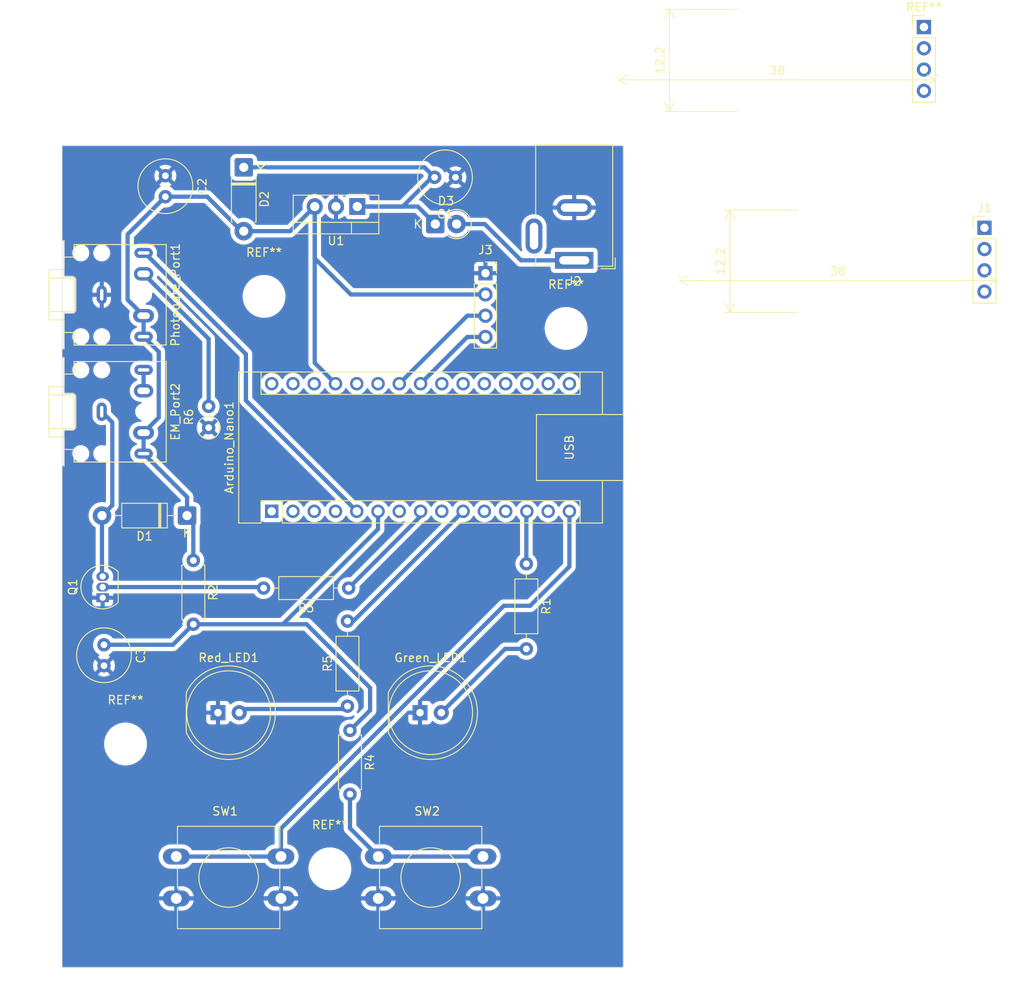
<source format=kicad_pcb>
(kicad_pcb (version 20241229) (generator "pcbnew") (generator_version "9.0")
  (layers (0 "F.Cu" signal) (2 "B.Cu" signal) (13 "F.Paste" user) (5 "F.SilkS" user "F.Silkscreen") (1 "F.Mask" user) (25 "Edge.Cuts" user))
  (net 0 "")
  (net 2 "Photogate_PIN")
  (net 5 "RED_LED_PIN")
  (net 7 "BUTTON_PIN_2")
  (net 10 "+5V")
  (net 11 "EM_PIN")
  (net 14 "SCK")
  (net 17 "BUTTON_PIN_1")
  (net 22 "SDA")
  (net 24 "GREEN_LED_PIN")
  (net 28 "Net-(D2-K)")
  (net 29 "Net-(D1-A)")
  (net 30 "Net-(EM_Port2-PadR)")
  (net 31 "Net-(Green_LED1-A)")
  (net 32 "Net-(Q1-G)")
  (net 33 "Net-(Red_LED1-A)")
  (net 34 "GND")
  (net 42 "Net-(D3-A)")
  (net 43 "Net-(Photogate_Port1-PadRN)")
  (net 44 "Net-(R4-Pad2)")
  (footprint "Resistor_THT:R_Axial_DIN0207_L6.3mm_D2.5mm_P10.16mm_Horizontal" (layer "F.Cu") (at 140.7 94.34 180)
    (property "Reference" "R3" (at 5.08 -2.37 0) (layer "F.SilkS"))
    (property "Value" "360")
    (fp_line (start 9.12 0) (end 8.35 0) (stroke (width 0.12)) (layer "F.SilkS"))
    (fp_line (start 1.04 0) (end 1.81 0) (stroke (width 0.12)) (layer "F.SilkS"))
    (fp_rect (start 1.81 -1.37) (end 8.35 1.37) (stroke (width 0.12)) (fill no) (layer "F.SilkS"))
    (pad "1" thru_hole circle (at 0 0 180) (size 1.6 1.6) (drill 0.8) (layers "*.Cu" "*.Mask") (net 11 "EM_PIN"))
    (pad "2" thru_hole circle (at 10.16 0 180) (size 1.6 1.6) (drill 0.8) (layers "*.Cu" "*.Mask") (net 32 "Net-(Q1-G)"))
  )
  (footprint "Resistor_THT:R_Axial_DIN0207_L6.3mm_D2.5mm_P7.62mm_Horizontal" (layer "F.Cu") (at 122.15 91.04 -90)
    (property "Reference" "R2" (at 3.81 -2.37 90) (layer "F.SilkS"))
    (property "Value" "10k")
    (fp_line (start 0.54 1.37) (end 7.08 1.37) (stroke (width 0.12)) (layer "F.SilkS"))
    (fp_line (start 7.08 1.37) (end 7.08 1.04) (stroke (width 0.12)) (layer "F.SilkS"))
    (fp_line (start 0.54 1.04) (end 0.54 1.37) (stroke (width 0.12)) (layer "F.SilkS"))
    (fp_line (start 0.54 -1.04) (end 0.54 -1.37) (stroke (width 0.12)) (layer "F.SilkS"))
    (fp_line (start 0.54 -1.37) (end 7.08 -1.37) (stroke (width 0.12)) (layer "F.SilkS"))
    (fp_line (start 7.08 -1.37) (end 7.08 -1.04) (stroke (width 0.12)) (layer "F.SilkS"))
    (pad "1" thru_hole circle (at 0 0 270) (size 1.6 1.6) (drill 0.8) (layers "*.Cu" "*.Mask") (net 10 "+5V"))
    (pad "2" thru_hole circle (at 7.62 0 270) (size 1.6 1.6) (drill 0.8) (layers "*.Cu" "*.Mask") (net 7 "BUTTON_PIN_2"))
  )
  (footprint "UserLib:SSD1306_128x32_Display" (layer "F.Cu") (at 209.41 27.33)
    (property "Reference" "REF**" (at 0 -2.38 0) (layer "F.SilkS"))
    (property "Value" "SSD1306_128x32_Display")
    (fp_line (start -1.38 -1.38) (end 0 -1.38) (stroke (width 0.12)) (layer "F.SilkS"))
    (fp_line (start -1.38 0) (end -1.38 -1.38) (stroke (width 0.12)) (layer "F.SilkS"))
    (fp_line (start -1.38 1.27) (end -1.38 9) (stroke (width 0.12)) (layer "F.SilkS"))
    (fp_line (start -1.38 1.27) (end 1.38 1.27) (stroke (width 0.12)) (layer "F.SilkS"))
    (fp_line (start -1.38 9) (end 1.38 9) (stroke (width 0.12)) (layer "F.SilkS"))
    (fp_line (start 1.38 1.27) (end 1.38 9) (stroke (width 0.12)) (layer "F.SilkS"))
    (dimension (type orthogonal) (layer "F.SilkS") (pts (xy 172.91 33.73) (xy 210.91 33.73)) (height -0.1) (orientation 0) (format (prefix "") (suffix "") (units 3) (units_format 0) (precision 4) (suppress_zeroes yes)) (style (thickness 0.1) (arrow_length 1.27) (text_position_mode 0) (arrow_direction outward) (extension_height 0.58642) (extension_offset 0.5) (keep_text_aligned yes)) (gr_text "38" (at 191.91 32.53 0) (layer "F.SilkS") (effects (font (size 1 1) (thickness 0.1)))))
    (dimension (type orthogonal) (layer "F.SilkS") (pts (xy 187.61 25.23) (xy 187.61 37.43)) (height -8.6) (orientation 1) (format (prefix "") (suffix "") (units 3) (units_format 0) (precision 4) (suppress_zeroes yes)) (style (thickness 0.1) (arrow_length 1.27) (text_position_mode 0) (arrow_direction outward) (extension_height 0.58642) (extension_offset 0.5) (keep_text_aligned yes)) (gr_text "12.2" (at 177.91 31.33 90) (layer "F.SilkS") (effects (font (size 1 1) (thickness 0.1)))))
    (pad "1" thru_hole rect (at 0 0) (size 1.7 1.7) (drill 1) (layers "*.Cu" "*.Mask"))
    (pad "2" thru_hole circle (at 0 2.54) (size 1.7 1.7) (drill 1) (layers "*.Cu" "*.Mask"))
    (pad "3" thru_hole circle (at 0 5.08) (size 1.7 1.7) (drill 1) (layers "*.Cu" "*.Mask"))
    (pad "4" thru_hole circle (at 0 7.62) (size 1.7 1.7) (drill 1) (layers "*.Cu" "*.Mask"))
  )
  (footprint "MountingHole:MountingHole_4.3mm_M4" (layer "F.Cu") (at 130.6 59.5)
    (property "Reference" "REF**" (at 0 -5.25 0) (layer "F.SilkS"))
    (property "Value" "MountingHole_4.3mm_M4")
    (pad "" np_thru_hole circle (at 0 0) (size 4.3 4.3) (drill 4.3) (layers "*.Cu" "*.Mask"))
  )
  (footprint "Capacitor_THT:C_Radial_D6.3mm_H5.0mm_P2.50mm" (layer "F.Cu") (at 153.46 45.28 180)
    (property "Reference" "C1" (at 1.25 -4.4 0) (layer "F.SilkS"))
    (property "Value" "0.22u")
    (fp_circle (center 1.25 0) (end 4.52 0) (stroke (width 0.12)) (fill no) (layer "F.SilkS"))
    (pad "1" thru_hole circle (at 0 0 180) (size 1.6 1.6) (drill 0.8) (layers "*.Cu" "*.Mask") (net 34 "GND"))
    (pad "2" thru_hole circle (at 2.5 0 180) (size 1.6 1.6) (drill 0.8) (layers "*.Cu" "*.Mask") (net 28 "Net-(D2-K)"))
  )
  (footprint "Diode_THT:D_DO-41_SOD81_P7.62mm_Horizontal" (layer "F.Cu") (at 128.17 44.09 -90)
    (property "Reference" "D2" (at 3.81 -2.47 270) (layer "F.SilkS"))
    (property "Value" "1N4004")
    (fp_line (start 1.09 1.47) (end 6.53 1.47) (stroke (width 0.12)) (layer "F.SilkS"))
    (fp_line (start 6.53 1.47) (end 6.53 1.34) (stroke (width 0.12)) (layer "F.SilkS"))
    (fp_line (start 1.09 1.34) (end 1.09 1.47) (stroke (width 0.12)) (layer "F.SilkS"))
    (fp_line (start 1.09 -1.34) (end 1.09 -1.47) (stroke (width 0.12)) (layer "F.SilkS"))
    (fp_line (start 1.09 -1.47) (end 6.53 -1.47) (stroke (width 0.12)) (layer "F.SilkS"))
    (fp_line (start 1.87 -1.47) (end 1.87 1.47) (stroke (width 0.12)) (layer "F.SilkS"))
    (fp_line (start 1.99 -1.47) (end 1.99 1.47) (stroke (width 0.12)) (layer "F.SilkS"))
    (fp_line (start 2.11 -1.47) (end 2.11 1.47) (stroke (width 0.12)) (layer "F.SilkS"))
    (fp_line (start 6.53 -1.47) (end 6.53 -1.34) (stroke (width 0.12)) (layer "F.SilkS"))
    (fp_text user "K" (at 0 -2.1 270) (layer "F.SilkS"))
    (pad "1" thru_hole roundrect (at 0 0 270) (size 2.2 2.2) (drill 1.1) (layers "*.Cu" "*.Mask") (roundrect_rratio 0.113636) (net 28 "Net-(D2-K)"))
    (pad "2" thru_hole circle (at 7.62 0 270) (size 2.2 2.2) (drill 1.1) (layers "*.Cu" "*.Mask") (net 10 "+5V"))
  )
  (footprint "Resistor_THT:R_Axial_DIN0207_L6.3mm_D2.5mm_P10.16mm_Horizontal" (layer "F.Cu") (at 161.925 91.44 -90)
    (property "Reference" "R1" (at 5.08 -2.37 90) (layer "F.SilkS"))
    (property "Value" "220")
    (fp_line (start 1.04 0) (end 1.81 0) (stroke (width 0.12)) (layer "F.SilkS"))
    (fp_line (start 9.12 0) (end 8.35 0) (stroke (width 0.12)) (layer "F.SilkS"))
    (fp_rect (start 1.81 -1.37) (end 8.35 1.37) (stroke (width 0.12)) (fill no) (layer "F.SilkS"))
    (pad "1" thru_hole circle (at 0 0 270) (size 1.6 1.6) (drill 0.8) (layers "*.Cu" "*.Mask") (net 24 "GREEN_LED_PIN"))
    (pad "2" thru_hole circle (at 10.16 0 270) (size 1.6 1.6) (drill 0.8) (layers "*.Cu" "*.Mask") (net 31 "Net-(Green_LED1-A)"))
  )
  (footprint "Connector_Audio:Jack_3.5mm_CUI_SJ1-3525N_Horizontal" (layer "F.Cu") (at 111.21 59.31 -90)
    (property "Reference" "Photogate_Port1" (at 0 -8.8 90) (layer "F.SilkS"))
    (property "Value" "AudioJack3_SwitchTR")
    (fp_line (start -3 6.3) (end -3 4.5) (stroke (width 0.12)) (layer "F.SilkS"))
    (fp_line (start 2 6.3) (end 2 3.3) (stroke (width 0.12)) (layer "F.SilkS"))
    (fp_line (start 3 6.3) (end -3 6.3) (stroke (width 0.12)) (layer "F.SilkS"))
    (fp_line (start -4.5 4.5) (end -4.5 3.3) (stroke (width 0.12)) (layer "F.SilkS"))
    (fp_line (start -3 4.5) (end -4.5 4.5) (stroke (width 0.12)) (layer "F.SilkS"))
    (fp_line (start 3 4.5) (end 3 6.3) (stroke (width 0.12)) (layer "F.SilkS"))
    (fp_line (start 4.5 4.5) (end 3 4.5) (stroke (width 0.12)) (layer "F.SilkS"))
    (fp_line (start -6 3.3) (end -6 -7.7) (stroke (width 0.12)) (layer "F.SilkS"))
    (fp_line (start -4.5 3.3) (end -6 3.3) (stroke (width 0.12)) (layer "F.SilkS"))
    (fp_line (start -2 3.3) (end -2 6.3) (stroke (width 0.12)) (layer "F.SilkS"))
    (fp_line (start 2 3.3) (end -2 3.3) (stroke (width 0.12)) (layer "F.SilkS"))
    (fp_line (start 4.5 3.3) (end 4.5 4.5) (stroke (width 0.12)) (layer "F.SilkS"))
    (fp_line (start 6 3.3) (end 4.5 3.3) (stroke (width 0.12)) (layer "F.SilkS"))
    (fp_line (start -6 -7.7) (end 6 -7.7) (stroke (width 0.12)) (layer "F.SilkS"))
    (fp_line (start 6 -7.7) (end 6 3.3) (stroke (width 0.12)) (layer "F.SilkS"))
    (fp_line (start -2.2 4.5) (end -6.5 4.5) (stroke (width 0.12)) (layer "Edge.Cuts"))
    (fp_line (start 2.2 4.5) (end 6.5 4.5) (stroke (width 0.12)) (layer "Edge.Cuts"))
    (fp_line (start -2.2 3.5) (end -2.2 4.5) (stroke (width 0.12)) (layer "Edge.Cuts"))
    (fp_line (start 2.2 3.5) (end 2.2 4.5) (stroke (width 0.12)) (layer "Edge.Cuts"))
    (fp_line (start 1.8 3.1) (end -1.8 3.1) (stroke (width 0.12)) (layer "Edge.Cuts"))
    (fp_arc (start -2.2 3.5) (mid -2.082842 3.217158) (end -1.8 3.1) (stroke (width 0.12)) (layer "Edge.Cuts"))
    (fp_arc (start 1.8 3.1) (mid 2.082843 3.217157) (end 2.2 3.5) (stroke (width 0.12)) (layer "Edge.Cuts"))
    (pad "" np_thru_hole circle (at -5 0 270) (size 1.2 1.2) (drill 1.2) (layers "*.Cu" "*.Mask"))
    (pad "" np_thru_hole circle (at -5 2.5 270) (size 1.2 1.2) (drill 1.2) (layers "*.Cu" "*.Mask"))
    (pad "" np_thru_hole circle (at 0 -5 270) (size 1.2 1.2) (drill 1.2) (layers "*.Cu" "*.Mask"))
    (pad "" np_thru_hole circle (at 5 0 270) (size 1.2 1.2) (drill 1.2) (layers "*.Cu" "*.Mask"))
    (pad "" np_thru_hole circle (at 5 2.5 270) (size 1.2 1.2) (drill 1.2) (layers "*.Cu" "*.Mask"))
    (pad "R" thru_hole oval (at -5 -5 270) (size 1.2 2.2) (drill oval 0.4 1.4) (layers "*.Cu" "*.Mask") (net 2 "Photogate_PIN"))
    (pad "RN" thru_hole oval (at -2.5 -5 270) (size 1.6 2.3) (drill oval 0.8 1.5) (layers "*.Cu" "*.Mask") (net 43 "Net-(Photogate_Port1-PadRN)"))
    (pad "S" thru_hole oval (at 0 0 270) (size 2.2 1.2) (drill oval 1.4 0.4) (layers "*.Cu" "*.Mask") (net 34 "GND"))
    (pad "T" thru_hole oval (at 5 -5 90) (size 1.2 2.2) (drill oval 0.4 1.4) (layers "*.Cu" "*.Mask") (net 10 "+5V"))
    (pad "TN" thru_hole oval (at 2.5 -5 90) (size 1.6 2.5) (drill oval 0.8 1.5) (layers "*.Cu" "*.Mask") (net 10 "+5V"))
  )
  (footprint "Capacitor_THT:C_Radial_D6.3mm_H5.0mm_P2.50mm" (layer "F.Cu") (at 111.48 101.11 -90)
    (property "Reference" "C3" (at 1.25 -4.4 90) (layer "F.SilkS"))
    (property "Value" "1uF")
    (fp_circle (center 1.25 0) (end 4.52 0) (stroke (width 0.12)) (fill no) (layer "F.SilkS"))
    (pad "1" thru_hole circle (at 0 0 270) (size 1.6 1.6) (drill 0.8) (layers "*.Cu" "*.Mask") (net 7 "BUTTON_PIN_2"))
    (pad "2" thru_hole circle (at 2.5 0 270) (size 1.6 1.6) (drill 0.8) (layers "*.Cu" "*.Mask") (net 34 "GND"))
  )
  (footprint "Resistor_THT:R_Axial_DIN0207_L6.3mm_D2.5mm_P7.62mm_Horizontal" (layer "F.Cu") (at 140.86 111.34 -90)
    (property "Reference" "R4" (at 3.81 -2.37 90) (layer "F.SilkS"))
    (property "Value" "1k")
    (fp_line (start 0.54 1.37) (end 7.08 1.37) (stroke (width 0.12)) (layer "F.SilkS"))
    (fp_line (start 7.08 1.37) (end 7.08 1.04) (stroke (width 0.12)) (layer "F.SilkS"))
    (fp_line (start 0.54 1.04) (end 0.54 1.37) (stroke (width 0.12)) (layer "F.SilkS"))
    (fp_line (start 0.54 -1.04) (end 0.54 -1.37) (stroke (width 0.12)) (layer "F.SilkS"))
    (fp_line (start 0.54 -1.37) (end 7.08 -1.37) (stroke (width 0.12)) (layer "F.SilkS"))
    (fp_line (start 7.08 -1.37) (end 7.08 -1.04) (stroke (width 0.12)) (layer "F.SilkS"))
    (pad "1" thru_hole circle (at 0 0 270) (size 1.6 1.6) (drill 0.8) (layers "*.Cu" "*.Mask") (net 7 "BUTTON_PIN_2"))
    (pad "2" thru_hole circle (at 7.62 0 270) (size 1.6 1.6) (drill 0.8) (layers "*.Cu" "*.Mask") (net 44 "Net-(R4-Pad2)"))
  )
  (footprint "Package_TO_SOT_THT:TO-220-3_Vertical" (layer "F.Cu") (at 141.73 48.77 180)
    (property "Reference" "U1" (at 2.54 -4.1 0) (layer "F.SilkS"))
    (property "Value" "LM7805_TO220")
    (fp_line (start 7.65 1.36) (end -2.57 1.36) (stroke (width 0.12)) (layer "F.SilkS"))
    (fp_line (start 7.65 -3.26) (end 7.65 1.36) (stroke (width 0.12)) (layer "F.SilkS"))
    (fp_line (start 4.39 -3.26) (end 4.39 -1.88) (stroke (width 0.12)) (layer "F.SilkS"))
    (fp_line (start 0.69 -3.26) (end 0.69 -1.88) (stroke (width 0.12)) (layer "F.SilkS"))
    (fp_line (start -2.57 1.36) (end -2.57 -3.26) (stroke (width 0.12)) (layer "F.SilkS"))
    (fp_line (start -2.57 -1.88) (end 7.65 -1.88) (stroke (width 0.12)) (layer "F.SilkS"))
    (fp_line (start -2.57 -3.26) (end 7.65 -3.26) (stroke (width 0.12)) (layer "F.SilkS"))
    (pad "1" thru_hole rect (at 0 0 180) (size 1.905 2) (drill 1.1) (layers "*.Cu" "*.Mask") (net 28 "Net-(D2-K)"))
    (pad "2" thru_hole oval (at 2.54 0 180) (size 1.905 2) (drill 1.1) (layers "*.Cu" "*.Mask") (net 34 "GND"))
    (pad "3" thru_hole oval (at 5.08 0 180) (size 1.905 2) (drill 1.1) (layers "*.Cu" "*.Mask") (net 10 "+5V"))
  )
  (footprint "MountingHole:MountingHole_4.3mm_M4" (layer "F.Cu") (at 166.67 63.33)
    (property "Reference" "REF**" (at 0 -5.25 0) (layer "F.SilkS"))
    (property "Value" "MountingHole_4.3mm_M4")
    (pad "" np_thru_hole circle (at 0 0) (size 4.3 4.3) (drill 4.3) (layers "*.Cu" "*.Mask"))
  )
  (footprint "LED_THT:LED_D10.0mm" (layer "F.Cu") (at 125.095 109.22)
    (property "Reference" "Red_LED1" (at 1.27 -6.56 0) (layer "F.SilkS"))
    (property "Value" "LED")
    (fp_line (start -3.79 -2.376) (end -3.79 2.376) (stroke (width 0.12)) (layer "F.SilkS"))
    (fp_arc (start -3.79 -2.375816) (mid 2.487107 -5.455891) (end 6.86 0) (stroke (width 0.12)) (layer "F.SilkS"))
    (fp_arc (start 6.86 0) (mid 2.487107 5.455891) (end -3.79 2.375816) (stroke (width 0.12)) (layer "F.SilkS"))
    (fp_circle (center 1.27 0) (end 6.27 0) (stroke (width 0.12)) (fill no) (layer "F.SilkS"))
    (pad "1" thru_hole rect (at 0 0) (size 1.8 1.8) (drill 0.9) (layers "*.Cu" "*.Mask") (net 34 "GND"))
    (pad "2" thru_hole circle (at 2.54 0) (size 1.8 1.8) (drill 0.9) (layers "*.Cu" "*.Mask") (net 33 "Net-(Red_LED1-A)"))
  )
  (footprint "Button_Switch_THT:SW_PUSH-12mm" (layer "F.Cu") (at 120.115 126.405)
    (property "Reference" "SW1" (at 5.83 -5.41 0) (layer "F.SilkS"))
    (property "Value" "SW_Push")
    (fp_line (start 0.14 -3.61) (end 0.14 -1.1) (stroke (width 0.12)) (layer "F.SilkS"))
    (fp_line (start 0.14 -3.61) (end 12.36 -3.61) (stroke (width 0.12)) (layer "F.SilkS"))
    (fp_line (start 0.14 1.2) (end 0.14 3.8) (stroke (width 0.12)) (layer "F.SilkS"))
    (fp_line (start 0.14 6.1) (end 0.14 8.61) (stroke (width 0.12)) (layer "F.SilkS"))
    (fp_line (start 12.36 -3.61) (end 12.36 -1.1) (stroke (width 0.12)) (layer "F.SilkS"))
    (fp_line (start 12.36 1.2) (end 12.36 3.8) (stroke (width 0.12)) (layer "F.SilkS"))
    (fp_line (start 12.36 6.1) (end 12.36 8.61) (stroke (width 0.12)) (layer "F.SilkS"))
    (fp_line (start 12.36 8.61) (end 0.14 8.61) (stroke (width 0.12)) (layer "F.SilkS"))
    (fp_circle (center 6.25 2.5) (end 9.8 2.5) (stroke (width 0.12)) (fill no) (layer "F.SilkS"))
    (pad "1" thru_hole oval (at 0 0) (size 3.2 1.9) (drill 1.3) (layers "*.Cu" "*.Mask") (net 17 "BUTTON_PIN_1"))
    (pad "1" thru_hole oval (at 12.5 0) (size 3.2 1.9) (drill 1.3) (layers "*.Cu" "*.Mask") (net 17 "BUTTON_PIN_1"))
    (pad "2" thru_hole oval (at 0 5) (size 3.2 1.9) (drill 1.3) (layers "*.Cu" "*.Mask") (net 34 "GND"))
    (pad "2" thru_hole oval (at 12.5 5) (size 3.2 1.9) (drill 1.3) (layers "*.Cu" "*.Mask") (net 34 "GND"))
  )
  (footprint "Connector_Audio:Jack_3.5mm_CUI_SJ1-3525N_Horizontal" (layer "F.Cu") (at 111.21 73.28 -90)
    (property "Reference" "EM_Port2" (at 0 -8.8 90) (layer "F.SilkS"))
    (property "Value" "AudioJack3_SwitchTR")
    (fp_line (start -3 6.3) (end -3 4.5) (stroke (width 0.12)) (layer "F.SilkS"))
    (fp_line (start 2 6.3) (end 2 3.3) (stroke (width 0.12)) (layer "F.SilkS"))
    (fp_line (start 3 6.3) (end -3 6.3) (stroke (width 0.12)) (layer "F.SilkS"))
    (fp_line (start -4.5 4.5) (end -4.5 3.3) (stroke (width 0.12)) (layer "F.SilkS"))
    (fp_line (start -3 4.5) (end -4.5 4.5) (stroke (width 0.12)) (layer "F.SilkS"))
    (fp_line (start 3 4.5) (end 3 6.3) (stroke (width 0.12)) (layer "F.SilkS"))
    (fp_line (start 4.5 4.5) (end 3 4.5) (stroke (width 0.12)) (layer "F.SilkS"))
    (fp_line (start -6 3.3) (end -6 -7.7) (stroke (width 0.12)) (layer "F.SilkS"))
    (fp_line (start -4.5 3.3) (end -6 3.3) (stroke (width 0.12)) (layer "F.SilkS"))
    (fp_line (start -2 3.3) (end -2 6.3) (stroke (width 0.12)) (layer "F.SilkS"))
    (fp_line (start 2 3.3) (end -2 3.3) (stroke (width 0.12)) (layer "F.SilkS"))
    (fp_line (start 4.5 3.3) (end 4.5 4.5) (stroke (width 0.12)) (layer "F.SilkS"))
    (fp_line (start 6 3.3) (end 4.5 3.3) (stroke (width 0.12)) (layer "F.SilkS"))
    (fp_line (start -6 -7.7) (end 6 -7.7) (stroke (width 0.12)) (layer "F.SilkS"))
    (fp_line (start 6 -7.7) (end 6 3.3) (stroke (width 0.12)) (layer "F.SilkS"))
    (fp_line (start -2.2 4.5) (end -6.5 4.5) (stroke (width 0.12)) (layer "Edge.Cuts"))
    (fp_line (start 2.2 4.5) (end 6.5 4.5) (stroke (width 0.12)) (layer "Edge.Cuts"))
    (fp_line (start -2.2 3.5) (end -2.2 4.5) (stroke (width 0.12)) (layer "Edge.Cuts"))
    (fp_line (start 2.2 3.5) (end 2.2 4.5) (stroke (width 0.12)) (layer "Edge.Cuts"))
    (fp_line (start 1.8 3.1) (end -1.8 3.1) (stroke (width 0.12)) (layer "Edge.Cuts"))
    (fp_arc (start -2.2 3.5) (mid -2.082842 3.217158) (end -1.8 3.1) (stroke (width 0.12)) (layer "Edge.Cuts"))
    (fp_arc (start 1.8 3.1) (mid 2.082843 3.217157) (end 2.2 3.5) (stroke (width 0.12)) (layer "Edge.Cuts"))
    (pad "" np_thru_hole circle (at -5 0 270) (size 1.2 1.2) (drill 1.2) (layers "*.Cu" "*.Mask"))
    (pad "" np_thru_hole circle (at -5 2.5 270) (size 1.2 1.2) (drill 1.2) (layers "*.Cu" "*.Mask"))
    (pad "" np_thru_hole circle (at 0 -5 270) (size 1.2 1.2) (drill 1.2) (layers "*.Cu" "*.Mask"))
    (pad "" np_thru_hole circle (at 5 0 270) (size 1.2 1.2) (drill 1.2) (layers "*.Cu" "*.Mask"))
    (pad "" np_thru_hole circle (at 5 2.5 270) (size 1.2 1.2) (drill 1.2) (layers "*.Cu" "*.Mask"))
    (pad "R" thru_hole oval (at -5 -5 270) (size 1.2 2.2) (drill oval 0.4 1.4) (layers "*.Cu" "*.Mask") (net 30 "Net-(EM_Port2-PadR)"))
    (pad "RN" thru_hole oval (at -2.5 -5 270) (size 1.6 2.3) (drill oval 0.8 1.5) (layers "*.Cu" "*.Mask") (net 30 "Net-(EM_Port2-PadR)"))
    (pad "S" thru_hole oval (at 0 0 270) (size 2.2 1.2) (drill oval 1.4 0.4) (layers "*.Cu" "*.Mask") (net 29 "Net-(D1-A)"))
    (pad "T" thru_hole oval (at 5 -5 90) (size 1.2 2.2) (drill oval 0.4 1.4) (layers "*.Cu" "*.Mask") (net 10 "+5V"))
    (pad "TN" thru_hole oval (at 2.5 -5 90) (size 1.6 2.5) (drill oval 0.8 1.5) (layers "*.Cu" "*.Mask") (net 10 "+5V"))
  )
  (footprint "MountingHole:MountingHole_4.3mm_M4" (layer "F.Cu") (at 138.46 127.87)
    (property "Reference" "REF**" (at 0 -5.25 0) (layer "F.SilkS"))
    (property "Value" "MountingHole_4.3mm_M4")
    (pad "" np_thru_hole circle (at 0 0) (size 4.3 4.3) (drill 4.3) (layers "*.Cu" "*.Mask"))
  )
  (footprint "Connector_PinSocket_2.54mm:PinSocket_1x04_P2.54mm_Vertical" (layer "F.Cu") (at 157.04 56.73)
    (property "Reference" "J3" (at 0 -2.77 0) (layer "F.SilkS"))
    (property "Value" "Conn_01x04_Socket")
    (fp_line (start -1.33 1.27) (end -1.33 8.95) (stroke (width 0.12)) (layer "F.SilkS"))
    (fp_line (start -1.33 1.27) (end 1.33 1.27) (stroke (width 0.12)) (layer "F.SilkS"))
    (fp_line (start -1.33 8.95) (end 1.33 8.95) (stroke (width 0.12)) (layer "F.SilkS"))
    (fp_line (start 0 -1.33) (end 1.33 -1.33) (stroke (width 0.12)) (layer "F.SilkS"))
    (fp_line (start 1.33 -1.33) (end 1.33 0) (stroke (width 0.12)) (layer "F.SilkS"))
    (fp_line (start 1.33 1.27) (end 1.33 8.95) (stroke (width 0.12)) (layer "F.SilkS"))
    (pad "1" thru_hole rect (at 0 0) (size 1.7 1.7) (drill 1) (layers "*.Cu" "*.Mask") (net 34 "GND"))
    (pad "2" thru_hole circle (at 0 2.54) (size 1.7 1.7) (drill 1) (layers "*.Cu" "*.Mask") (net 10 "+5V"))
    (pad "3" thru_hole circle (at 0 5.08) (size 1.7 1.7) (drill 1) (layers "*.Cu" "*.Mask") (net 14 "SCK"))
    (pad "4" thru_hole circle (at 0 7.62) (size 1.7 1.7) (drill 1) (layers "*.Cu" "*.Mask") (net 22 "SDA"))
  )
  (footprint "MountingHole:MountingHole_4.3mm_M4" (layer "F.Cu") (at 114.05 112.96)
    (property "Reference" "REF**" (at 0 -5.25 0) (layer "F.SilkS"))
    (property "Value" "MountingHole_4.3mm_M4")
    (pad "" np_thru_hole circle (at 0 0) (size 4.3 4.3) (drill 4.3) (layers "*.Cu" "*.Mask"))
  )
  (footprint "Connector_BarrelJack:BarrelJack_GCT_DCJ200-10-A_Horizontal" (layer "F.Cu") (at 167.64 55.195 180)
    (property "Reference" "J2" (at 0 -2.5 0) (layer "F.SilkS"))
    (property "Value" "Barrel_Jack")
    (fp_line (start 4.6 13.8) (end -4.6 13.8) (stroke (width 0.12)) (layer "F.SilkS"))
    (fp_line (start 4.6 5.2) (end 4.6 13.8) (stroke (width 0.12)) (layer "F.SilkS"))
    (fp_line (start 4.6 -0.7) (end 4.6 0.6) (stroke (width 0.12)) (layer "F.SilkS"))
    (fp_line (start 2.6 -0.7) (end 4.6 -0.7) (stroke (width 0.12)) (layer "F.SilkS"))
    (fp_line (start -3.2 -1) (end -4.9 -1) (stroke (width 0.12)) (layer "F.SilkS"))
    (fp_line (start -4.6 13.8) (end -4.6 -0.7) (stroke (width 0.12)) (layer "F.SilkS"))
    (fp_line (start -4.6 -0.7) (end -2.6 -0.7) (stroke (width 0.12)) (layer "F.SilkS"))
    (fp_line (start -4.9 -1) (end -4.9 0.3) (stroke (width 0.12)) (layer "F.SilkS"))
    (pad "1" thru_hole rect (at 0 0 180) (size 4.6 2) (drill oval 3.6 1) (layers "*.Cu" "*.Mask") (net 42 "Net-(D3-A)"))
    (pad "2" thru_hole oval (at 0 6.3 180) (size 4.2 2) (drill oval 3.2 1) (layers "*.Cu" "*.Mask") (net 34 "GND"))
    (pad "3" thru_hole oval (at 4.8 2.9 180) (size 2 4.2) (drill oval 1 3.2) (layers "*.Cu" "*.Mask"))
  )
  (footprint "Resistor_THT:R_Axial_DIN0207_L6.3mm_D2.5mm_P10.16mm_Horizontal" (layer "F.Cu") (at 140.56 108.44 90)
    (property "Reference" "R5" (at 5.08 -2.37 90) (layer "F.SilkS"))
    (property "Value" "220")
    (fp_line (start 9.12 0) (end 8.35 0) (stroke (width 0.12)) (layer "F.SilkS"))
    (fp_line (start 1.04 0) (end 1.81 0) (stroke (width 0.12)) (layer "F.SilkS"))
    (fp_rect (start 1.81 -1.37) (end 8.35 1.37) (stroke (width 0.12)) (fill no) (layer "F.SilkS"))
    (pad "1" thru_hole circle (at 0 0 90) (size 1.6 1.6) (drill 0.8) (layers "*.Cu" "*.Mask") (net 33 "Net-(Red_LED1-A)"))
    (pad "2" thru_hole circle (at 10.16 0 90) (size 1.6 1.6) (drill 0.8) (layers "*.Cu" "*.Mask") (net 5 "RED_LED_PIN"))
  )
  (footprint "LED_THT:LED_D10.0mm" (layer "F.Cu") (at 149.225 109.22)
    (property "Reference" "Green_LED1" (at 1.27 -6.56 0) (layer "F.SilkS"))
    (property "Value" "LED")
    (fp_line (start -3.79 -2.376) (end -3.79 2.376) (stroke (width 0.12)) (layer "F.SilkS"))
    (fp_arc (start -3.79 -2.375816) (mid 2.487107 -5.455891) (end 6.86 0) (stroke (width 0.12)) (layer "F.SilkS"))
    (fp_arc (start 6.86 0) (mid 2.487107 5.455891) (end -3.79 2.375816) (stroke (width 0.12)) (layer "F.SilkS"))
    (fp_circle (center 1.27 0) (end 6.27 0) (stroke (width 0.12)) (fill no) (layer "F.SilkS"))
    (pad "1" thru_hole rect (at 0 0) (size 1.8 1.8) (drill 0.9) (layers "*.Cu" "*.Mask") (net 34 "GND"))
    (pad "2" thru_hole circle (at 2.54 0) (size 1.8 1.8) (drill 0.9) (layers "*.Cu" "*.Mask") (net 31 "Net-(Green_LED1-A)"))
  )
  (footprint "Resistor_THT:R_Axial_DIN0207_L6.3mm_D2.5mm_P2.54mm_Vertical" (layer "F.Cu") (at 123.98 75.175 90)
    (property "Reference" "R6" (at 1.27 -2.37 90) (layer "F.SilkS"))
    (property "Value" "1k")
    (fp_line (start 1.37 0) (end 1.44 0) (stroke (width 0.12)) (layer "F.SilkS"))
    (fp_circle (center 0 0) (end 1.37 0) (stroke (width 0.12)) (fill no) (layer "F.SilkS"))
    (pad "1" thru_hole circle (at 0 0 90) (size 1.6 1.6) (drill 0.8) (layers "*.Cu" "*.Mask") (net 34 "GND"))
    (pad "2" thru_hole circle (at 2.54 0 90) (size 1.6 1.6) (drill 0.8) (layers "*.Cu" "*.Mask") (net 43 "Net-(Photogate_Port1-PadRN)"))
  )
  (footprint "Diode_THT:D_DO-41_SOD81_P10.16mm_Horizontal" (layer "F.Cu") (at 121.4 85.68 180)
    (property "Reference" "D1" (at 5.08 -2.47 0) (layer "F.SilkS"))
    (property "Value" "1N4004")
    (fp_line (start 8.82 0) (end 7.8 0) (stroke (width 0.12)) (layer "F.SilkS"))
    (fp_line (start 3.38 -1.47) (end 3.38 1.47) (stroke (width 0.12)) (layer "F.SilkS"))
    (fp_line (start 3.26 -1.47) (end 3.26 1.47) (stroke (width 0.12)) (layer "F.SilkS"))
    (fp_line (start 3.14 -1.47) (end 3.14 1.47) (stroke (width 0.12)) (layer "F.SilkS"))
    (fp_line (start 1.34 0) (end 2.36 0) (stroke (width 0.12)) (layer "F.SilkS"))
    (fp_rect (start 2.36 -1.47) (end 7.8 1.47) (stroke (width 0.12)) (fill no) (layer "F.SilkS"))
    (fp_text user "K" (at 0 -2.1 0) (layer "F.SilkS"))
    (pad "1" thru_hole roundrect (at 0 0 180) (size 2.2 2.2) (drill 1.1) (layers "*.Cu" "*.Mask") (roundrect_rratio 0.113636) (net 10 "+5V"))
    (pad "2" thru_hole circle (at 10.16 0 180) (size 2.2 2.2) (drill 1.1) (layers "*.Cu" "*.Mask") (net 29 "Net-(D1-A)"))
  )
  (footprint "Package_TO_SOT_THT:TO-92_Inline" (layer "F.Cu") (at 111.32 95.49 90)
    (property "Reference" "Q1" (at 1.27 -3.56 90) (layer "F.SilkS"))
    (property "Value" "2N7000")
    (fp_line (start -0.53 1.85) (end 3.07 1.85) (stroke (width 0.12)) (layer "F.SilkS"))
    (fp_arc (start 1.27 -2.6) (mid 3.672087 -0.994977) (end 3.108478 1.838478) (stroke (width 0.12)) (layer "F.SilkS"))
    (fp_arc (start -0.568478 1.838478) (mid -1.132087 -0.994977) (end 1.27 -2.6) (stroke (width 0.12)) (layer "F.SilkS"))
    (pad "1" thru_hole rect (at 0 0 90) (size 1.05 1.5) (drill 0.75) (layers "*.Cu" "*.Mask") (net 34 "GND"))
    (pad "2" thru_hole oval (at 1.27 0 90) (size 1.05 1.5) (drill 0.75) (layers "*.Cu" "*.Mask") (net 32 "Net-(Q1-G)"))
    (pad "3" thru_hole oval (at 2.54 0 90) (size 1.05 1.5) (drill 0.75) (layers "*.Cu" "*.Mask") (net 29 "Net-(D1-A)"))
  )
  (footprint "Button_Switch_THT:SW_PUSH-12mm" (layer "F.Cu") (at 144.245 126.405)
    (property "Reference" "SW2" (at 5.83 -5.41 0) (layer "F.SilkS"))
    (property "Value" "SW_Push")
    (fp_line (start 0.14 -3.61) (end 0.14 -1.1) (stroke (width 0.12)) (layer "F.SilkS"))
    (fp_line (start 0.14 -3.61) (end 12.36 -3.61) (stroke (width 0.12)) (layer "F.SilkS"))
    (fp_line (start 0.14 1.2) (end 0.14 3.8) (stroke (width 0.12)) (layer "F.SilkS"))
    (fp_line (start 0.14 6.1) (end 0.14 8.61) (stroke (width 0.12)) (layer "F.SilkS"))
    (fp_line (start 12.36 -3.61) (end 12.36 -1.1) (stroke (width 0.12)) (layer "F.SilkS"))
    (fp_line (start 12.36 1.2) (end 12.36 3.8) (stroke (width 0.12)) (layer "F.SilkS"))
    (fp_line (start 12.36 6.1) (end 12.36 8.61) (stroke (width 0.12)) (layer "F.SilkS"))
    (fp_line (start 12.36 8.61) (end 0.14 8.61) (stroke (width 0.12)) (layer "F.SilkS"))
    (fp_circle (center 6.25 2.5) (end 9.8 2.5) (stroke (width 0.12)) (fill no) (layer "F.SilkS"))
    (pad "1" thru_hole oval (at 0 0) (size 3.2 1.9) (drill 1.3) (layers "*.Cu" "*.Mask") (net 44 "Net-(R4-Pad2)"))
    (pad "1" thru_hole oval (at 12.5 0) (size 3.2 1.9) (drill 1.3) (layers "*.Cu" "*.Mask") (net 44 "Net-(R4-Pad2)"))
    (pad "2" thru_hole oval (at 0 5) (size 3.2 1.9) (drill 1.3) (layers "*.Cu" "*.Mask") (net 34 "GND"))
    (pad "2" thru_hole oval (at 12.5 5) (size 3.2 1.9) (drill 1.3) (layers "*.Cu" "*.Mask") (net 34 "GND"))
  )
  (footprint "Module:Arduino_Nano" (layer "F.Cu") (at 131.51 85.17 90)
    (property "Reference" "Arduino_Nano1" (at 7.62 -5.08 90) (layer "F.SilkS"))
    (property "Value" "Arduino_Nano_v2.x")
    (fp_line (start 16.64 -3.94) (end -1.4 -3.94) (stroke (width 0.12)) (layer "F.SilkS"))
    (fp_line (start -1.4 -3.94) (end -1.4 -1.27) (stroke (width 0.12)) (layer "F.SilkS"))
    (fp_line (start 13.97 -1.27) (end 16.64 -1.27) (stroke (width 0.12)) (layer "F.SilkS"))
    (fp_line (start 13.97 -1.27) (end 13.97 36.83) (stroke (width 0.12)) (layer "F.SilkS"))
    (fp_line (start 1.27 -1.27) (end -1.4 -1.27) (stroke (width 0.12)) (layer "F.SilkS"))
    (fp_line (start 1.27 1.27) (end 1.27 -1.27) (stroke (width 0.12)) (layer "F.SilkS"))
    (fp_line (start 1.27 1.27) (end -1.4 1.27) (stroke (width 0.12)) (layer "F.SilkS"))
    (fp_line (start 1.27 1.27) (end 1.27 36.83) (stroke (width 0.12)) (layer "F.SilkS"))
    (fp_line (start -1.4 1.27) (end -1.4 39.5) (stroke (width 0.12)) (layer "F.SilkS"))
    (fp_line (start 11.56 31.62) (end 11.56 42.04) (stroke (width 0.12)) (layer "F.SilkS"))
    (fp_line (start 3.68 31.62) (end 11.56 31.62) (stroke (width 0.12)) (layer "F.SilkS"))
    (fp_line (start 13.97 36.83) (end 16.64 36.83) (stroke (width 0.12)) (layer "F.SilkS"))
    (fp_line (start 1.27 36.83) (end -1.4 36.83) (stroke (width 0.12)) (layer "F.SilkS"))
    (fp_line (start 16.64 39.5) (end 16.64 -3.94) (stroke (width 0.12)) (layer "F.SilkS"))
    (fp_line (start 16.64 39.5) (end 11.56 39.5) (stroke (width 0.12)) (layer "F.SilkS"))
    (fp_line (start -1.4 39.5) (end 3.68 39.5) (stroke (width 0.12)) (layer "F.SilkS"))
    (fp_line (start 11.56 42.04) (end 3.68 42.04) (stroke (width 0.12)) (layer "F.SilkS"))
    (fp_line (start 3.68 42.04) (end 3.68 31.62) (stroke (width 0.12)) (layer "F.SilkS"))
    (fp_text user "USB" (at 7.62 35.56 90) (layer "F.SilkS"))
    (pad "1" thru_hole rect (at 0 0 90) (size 1.6 1.6) (drill 1) (layers "*.Cu" "*.Mask"))
    (pad "2" thru_hole oval (at 0 2.54 90) (size 1.6 1.6) (drill 1) (layers "*.Cu" "*.Mask"))
    (pad "3" thru_hole oval (at 0 5.08 90) (size 1.6 1.6) (drill 1) (layers "*.Cu" "*.Mask"))
    (pad "4" thru_hole oval (at 0 7.62 90) (size 1.6 1.6) (drill 1) (layers "*.Cu" "*.Mask"))
    (pad "5" thru_hole oval (at 0 10.16 90) (size 1.6 1.6) (drill 1) (layers "*.Cu" "*.Mask") (net 2 "Photogate_PIN"))
    (pad "6" thru_hole oval (at 0 12.7 90) (size 1.6 1.6) (drill 1) (layers "*.Cu" "*.Mask") (net 7 "BUTTON_PIN_2"))
    (pad "7" thru_hole oval (at 0 15.24 90) (size 1.6 1.6) (drill 1) (layers "*.Cu" "*.Mask"))
    (pad "8" thru_hole oval (at 0 17.78 90) (size 1.6 1.6) (drill 1) (layers "*.Cu" "*.Mask") (net 11 "EM_PIN"))
    (pad "9" thru_hole oval (at 0 20.32 90) (size 1.6 1.6) (drill 1) (layers "*.Cu" "*.Mask"))
    (pad "10" thru_hole oval (at 0 22.86 90) (size 1.6 1.6) (drill 1) (layers "*.Cu" "*.Mask") (net 5 "RED_LED_PIN"))
    (pad "11" thru_hole oval (at 0 25.4 90) (size 1.6 1.6) (drill 1) (layers "*.Cu" "*.Mask"))
    (pad "12" thru_hole oval (at 0 27.94 90) (size 1.6 1.6) (drill 1) (layers "*.Cu" "*.Mask"))
    (pad "13" thru_hole oval (at 0 30.48 90) (size 1.6 1.6) (drill 1) (layers "*.Cu" "*.Mask") (net 24 "GREEN_LED_PIN"))
    (pad "14" thru_hole oval (at 0 33.02 90) (size 1.6 1.6) (drill 1) (layers "*.Cu" "*.Mask"))
    (pad "15" thru_hole oval (at 0 35.56 90) (size 1.6 1.6) (drill 1) (layers "*.Cu" "*.Mask") (net 17 "BUTTON_PIN_1"))
    (pad "16" thru_hole oval (at 15.24 35.56 90) (size 1.6 1.6) (drill 1) (layers "*.Cu" "*.Mask"))
    (pad "17" thru_hole oval (at 15.24 33.02 90) (size 1.6 1.6) (drill 1) (layers "*.Cu" "*.Mask"))
    (pad "18" thru_hole oval (at 15.24 30.48 90) (size 1.6 1.6) (drill 1) (layers "*.Cu" "*.Mask"))
    (pad "19" thru_hole oval (at 15.24 27.94 90) (size 1.6 1.6) (drill 1) (layers "*.Cu" "*.Mask"))
    (pad "20" thru_hole oval (at 15.24 25.4 90) (size 1.6 1.6) (drill 1) (layers "*.Cu" "*.Mask"))
    (pad "21" thru_hole oval (at 15.24 22.86 90) (size 1.6 1.6) (drill 1) (layers "*.Cu" "*.Mask"))
    (pad "22" thru_hole oval (at 15.24 20.32 90) (size 1.6 1.6) (drill 1) (layers "*.Cu" "*.Mask"))
    (pad "23" thru_hole oval (at 15.24 17.78 90) (size 1.6 1.6) (drill 1) (layers "*.Cu" "*.Mask") (net 22 "SDA"))
    (pad "24" thru_hole oval (at 15.24 15.24 90) (size 1.6 1.6) (drill 1) (layers "*.Cu" "*.Mask") (net 14 "SCK"))
    (pad "25" thru_hole oval (at 15.24 12.7 90) (size 1.6 1.6) (drill 1) (layers "*.Cu" "*.Mask"))
    (pad "26" thru_hole oval (at 15.24 10.16 90) (size 1.6 1.6) (drill 1) (layers "*.Cu" "*.Mask"))
    (pad "27" thru_hole oval (at 15.24 7.62 90) (size 1.6 1.6) (drill 1) (layers "*.Cu" "*.Mask") (net 10 "+5V"))
    (pad "28" thru_hole oval (at 15.24 5.08 90) (size 1.6 1.6) (drill 1) (layers "*.Cu" "*.Mask"))
    (pad "29" thru_hole oval (at 15.24 2.54 90) (size 1.6 1.6) (drill 1) (layers "*.Cu" "*.Mask"))
    (pad "30" thru_hole oval (at 15.24 0 90) (size 1.6 1.6) (drill 1) (layers "*.Cu" "*.Mask"))
  )
  (footprint "UserLib:SSD1306_128x32_Display" (layer "F.Cu") (at 216.64 51.31)
    (property "Reference" "J1" (at 0 -2.38 0) (layer "F.SilkS"))
    (property "Value" "0.91in OLED")
    (fp_line (start -1.38 -1.38) (end 0 -1.38) (stroke (width 0.12)) (layer "F.SilkS"))
    (fp_line (start -1.38 0) (end -1.38 -1.38) (stroke (width 0.12)) (layer "F.SilkS"))
    (fp_line (start -1.38 1.27) (end -1.38 9) (stroke (width 0.12)) (layer "F.SilkS"))
    (fp_line (start -1.38 1.27) (end 1.38 1.27) (stroke (width 0.12)) (layer "F.SilkS"))
    (fp_line (start -1.38 9) (end 1.38 9) (stroke (width 0.12)) (layer "F.SilkS"))
    (fp_line (start 1.38 1.27) (end 1.38 9) (stroke (width 0.12)) (layer "F.SilkS"))
    (dimension (type orthogonal) (layer "F.SilkS") (pts (xy 180.14 57.71) (xy 218.14 57.71)) (height -0.1) (orientation 0) (format (prefix "") (suffix "") (units 3) (units_format 0) (precision 4) (suppress_zeroes yes)) (style (thickness 0.1) (arrow_length 1.27) (text_position_mode 0) (arrow_direction outward) (extension_height 0.58642) (extension_offset 0.5) (keep_text_aligned yes)) (gr_text "38" (at 199.14 56.51 0) (layer "F.SilkS") (effects (font (size 1 1) (thickness 0.1)))))
    (dimension (type orthogonal) (layer "F.SilkS") (pts (xy 194.84 49.21) (xy 194.84 61.41)) (height -8.6) (orientation 1) (format (prefix "") (suffix "") (units 3) (units_format 0) (precision 4) (suppress_zeroes yes)) (style (thickness 0.1) (arrow_length 1.27) (text_position_mode 0) (arrow_direction outward) (extension_height 0.58642) (extension_offset 0.5) (keep_text_aligned yes)) (gr_text "12.2" (at 185.14 55.31 90) (layer "F.SilkS") (effects (font (size 1 1) (thickness 0.1)))))
    (pad "1" thru_hole rect (at 0 0) (size 1.7 1.7) (drill 1) (layers "*.Cu" "*.Mask"))
    (pad "2" thru_hole circle (at 0 2.54) (size 1.7 1.7) (drill 1) (layers "*.Cu" "*.Mask"))
    (pad "3" thru_hole circle (at 0 5.08) (size 1.7 1.7) (drill 1) (layers "*.Cu" "*.Mask"))
    (pad "4" thru_hole circle (at 0 7.62) (size 1.7 1.7) (drill 1) (layers "*.Cu" "*.Mask"))
  )
  (footprint "Diode_THT:D_DO-41_SOD81_P2.54mm_Vertical_KathodeUp" (layer "F.Cu") (at 151.052183 50.86)
    (property "Reference" "D3" (at 1.27 -2.750635 0) (layer "F.SilkS"))
    (property "Value" "1N4004")
    (fp_arc (start 1.284483 -1.22) (mid 4.290635 0) (end 1.284483 1.22) (stroke (width 0.12)) (layer "F.SilkS"))
    (fp_text user "K" (at -2.1 0 0) (layer "F.SilkS"))
    (pad "1" thru_hole roundrect (at 0 0) (size 2.2 2.2) (drill 1.1) (layers "*.Cu" "*.Mask") (roundrect_rratio 0.113636) (net 28 "Net-(D2-K)"))
    (pad "2" thru_hole circle (at 2.54 0) (size 2.2 2.2) (drill 1.1) (layers "*.Cu" "*.Mask") (net 42 "Net-(D3-A)"))
  )
  (footprint "Capacitor_THT:C_Radial_D6.3mm_H5.0mm_P2.50mm" (layer "F.Cu") (at 118.81 45.09 -90)
    (property "Reference" "C2" (at 1.25 -4.4 90) (layer "F.SilkS"))
    (property "Value" "0.22u")
    (fp_circle (center 1.25 0) (end 4.52 0) (stroke (width 0.12)) (fill no) (layer "F.SilkS"))
    (pad "1" thru_hole circle (at 0 0 270) (size 1.6 1.6) (drill 0.8) (layers "*.Cu" "*.Mask") (net 34 "GND"))
    (pad "2" thru_hole circle (at 2.5 0 270) (size 1.6 1.6) (drill 0.8) (layers "*.Cu" "*.Mask") (net 10 "+5V"))
  )
  (gr_rect (start 106.49 41.5) (end 173.5 139.64) (stroke (width 0.05)) (fill no) (layer "Edge.Cuts"))
  (segment (start 128.43 71.93) (end 141.67 85.17) (width 0.508) (layer "B.Cu") (net 2))
  (segment (start 128.43 66.4) (end 128.43 71.93) (width 0.508) (layer "B.Cu") (net 2))
  (segment (start 116.34 54.31) (end 128.43 66.4) (width 0.508) (layer "B.Cu") (net 2))
  (segment (start 116.21 54.31) (end 116.34 54.31) (width 0.508) (layer "B.Cu") (net 2))
  (segment (start 141.26 98.28) (end 154.37 85.17) (width 0.508) (layer "B.Cu") (net 5))
  (segment (start 140.56 98.28) (end 141.26 98.28) (width 0.508) (layer "B.Cu") (net 5))
  (segment (start 135.68 98.66) (end 132.846732 98.66) (width 0.508) (layer "B.Cu") (net 7))
  (segment (start 143.26 106.24) (end 135.68 98.66) (width 0.508) (layer "B.Cu") (net 7))
  (segment (start 119.7 101.11) (end 122.15 98.66) (width 0.508) (layer "B.Cu") (net 7))
  (segment (start 111.48 101.11) (end 119.7 101.11) (width 0.508) (layer "B.Cu") (net 7))
  (segment (start 144.21 85.17) (end 144.21 87.296732) (width 0.508) (layer "B.Cu") (net 7))
  (segment (start 140.86 111.34) (end 143.26 108.94) (width 0.508) (layer "B.Cu") (net 7))
  (segment (start 132.846732 98.66) (end 122.15 98.66) (width 0.508) (layer "B.Cu") (net 7))
  (segment (start 143.26 108.94) (end 143.26 106.24) (width 0.508) (layer "B.Cu") (net 7))
  (segment (start 144.21 87.296732) (end 132.846732 98.66) (width 0.508) (layer "B.Cu") (net 7))
  (segment (start 140.96 59.27) (end 157.04 59.27) (width 0.508) (layer "B.Cu") (net 10))
  (segment (start 136.65 48.77) (end 136.65 54.96) (width 0.508) (layer "B.Cu") (net 10))
  (segment (start 116.21 78.28) (end 116.21 75.78) (width 0.508) (layer "B.Cu") (net 10))
  (segment (start 122.15 91.04) (end 122.15 86.43) (width 0.508) (layer "B.Cu") (net 10))
  (segment (start 118.81 47.59) (end 114.3 52.1) (width 0.508) (layer "B.Cu") (net 10))
  (segment (start 136.65 54.96) (end 140.96 59.27) (width 0.508) (layer "B.Cu") (net 10))
  (segment (start 114.3 52.1) (end 114.3 59.9) (width 0.508) (layer "B.Cu") (net 10))
  (segment (start 114.3 59.9) (end 116.21 61.81) (width 0.508) (layer "B.Cu") (net 10))
  (segment (start 128.17 51.71) (end 127.92 51.71) (width 0.508) (layer "B.Cu") (net 10))
  (segment (start 136.65 67.45) (end 139.13 69.93) (width 0.508) (layer "B.Cu") (net 10))
  (segment (start 136.65 48.77) (end 136.65 67.45) (width 0.508) (layer "B.Cu") (net 10))
  (segment (start 118.0214 66.1214) (end 116.21 64.31) (width 0.508) (layer "B.Cu") (net 10))
  (segment (start 127.92 51.71) (end 123.8 47.59) (width 0.508) (layer "B.Cu") (net 10))
  (segment (start 116.21 75.78) (end 118.0214 73.9686) (width 0.508) (layer "B.Cu") (net 10))
  (segment (start 122.15 86.43) (end 121.4 85.68) (width 0.508) (layer "B.Cu") (net 10))
  (segment (start 133.71 51.71) (end 136.65 48.77) (width 0.508) (layer "B.Cu") (net 10))
  (segment (start 123.8 47.59) (end 118.81 47.59) (width 0.508) (layer "B.Cu") (net 10))
  (segment (start 121.4 83.47) (end 116.21 78.28) (width 0.508) (layer "B.Cu") (net 10))
  (segment (start 116.21 61.81) (end 116.21 64.31) (width 0.508) (layer "B.Cu") (net 10))
  (segment (start 118.0214 73.9686) (end 118.0214 66.1214) (width 0.508) (layer "B.Cu") (net 10))
  (segment (start 121.4 85.68) (end 121.4 83.47) (width 0.508) (layer "B.Cu") (net 10))
  (segment (start 128.17 51.71) (end 133.71 51.71) (width 0.508) (layer "B.Cu") (net 10))
  (segment (start 149.29 85.75) (end 149.29 85.17) (width 0.508) (layer "B.Cu") (net 11))
  (segment (start 140.7 94.34) (end 149.29 85.75) (width 0.508) (layer "B.Cu") (net 11))
  (segment (start 157.04 61.81) (end 154.87 61.81) (width 0.508) (layer "B.Cu") (net 14))
  (segment (start 154.87 61.81) (end 146.75 69.93) (width 0.508) (layer "B.Cu") (net 14))
  (segment (start 159.23 96.45) (end 162.38 96.45) (width 0.508) (layer "B.Cu") (net 17))
  (segment (start 162.38 96.45) (end 167.07 91.76) (width 0.508) (layer "B.Cu") (net 17))
  (segment (start 132.615 126.405) (end 120.115 126.405) (width 0.508) (layer "B.Cu") (net 17))
  (segment (start 132.615 126.405) (end 132.615 123.065) (width 0.508) (layer "B.Cu") (net 17))
  (segment (start 167.07 91.76) (end 167.07 85.17) (width 0.508) (layer "B.Cu") (net 17))
  (segment (start 132.615 123.065) (end 159.23 96.45) (width 0.508) (layer "B.Cu") (net 17))
  (segment (start 157.04 64.35) (end 154.87 64.35) (width 0.508) (layer "B.Cu") (net 22))
  (segment (start 154.87 64.35) (end 149.29 69.93) (width 0.508) (layer "B.Cu") (net 22))
  (segment (start 161.925 91.44) (end 161.925 85.235) (width 0.508) (layer "B.Cu") (net 24))
  (segment (start 161.925 85.235) (end 161.99 85.17) (width 0.508) (layer "B.Cu") (net 24))
  (segment (start 141.73 48.77) (end 148.962183 48.77) (width 0.508) (layer "B.Cu") (net 28))
  (segment (start 150.96 45.28) (end 150.65 45.28) (width 0.508) (layer "B.Cu") (net 28))
  (segment (start 147.16 48.77) (end 141.73 48.77) (width 0.508) (layer "B.Cu") (net 28))
  (segment (start 128.17 44.09) (end 149.77 44.09) (width 0.508) (layer "B.Cu") (net 28))
  (segment (start 149.77 44.09) (end 150.96 45.28) (width 0.508) (layer "B.Cu") (net 28))
  (segment (start 150.65 45.28) (end 147.16 48.77) (width 0.508) (layer "B.Cu") (net 28))
  (segment (start 148.962183 48.77) (end 151.052183 50.86) (width 0.508) (layer "B.Cu") (net 28))
  (segment (start 112.4714 74.5414) (end 112.4714 84.4486) (width 0.508) (layer "B.Cu") (net 29))
  (segment (start 111.24 85.68) (end 111.24 92.87) (width 0.508) (layer "B.Cu") (net 29))
  (segment (start 112.4714 84.4486) (end 111.24 85.68) (width 0.508) (layer "B.Cu") (net 29))
  (segment (start 111.24 92.87) (end 111.32 92.95) (width 0.508) (layer "B.Cu") (net 29))
  (segment (start 111.21 73.28) (end 112.4714 74.5414) (width 0.508) (layer "B.Cu") (net 29))
  (segment (start 116.21 70.78) (end 116.21 68.28) (width 0.508) (layer "B.Cu") (net 30))
  (segment (start 159.385 101.6) (end 151.765 109.22) (width 0.508) (layer "B.Cu") (net 31))
  (segment (start 161.925 101.6) (end 159.385 101.6) (width 0.508) (layer "B.Cu") (net 31))
  (segment (start 130.54 94.34) (end 130.42 94.22) (width 0.508) (layer "B.Cu") (net 32))
  (segment (start 130.42 94.22) (end 111.32 94.22) (width 0.508) (layer "B.Cu") (net 32))
  (segment (start 140.56 108.44) (end 140.22 108.78) (width 0.508) (layer "B.Cu") (net 33))
  (segment (start 128.075 108.78) (end 127.635 109.22) (width 0.508) (layer "B.Cu") (net 33))
  (segment (start 140.22 108.78) (end 128.075 108.78) (width 0.508) (layer "B.Cu") (net 33))
  (segment (start 120.115 131.405) (end 132.615 131.405) (width 0.508) (layer "B.Cu") (net 34))
  (segment (start 156.745 131.405) (end 144.245 131.405) (width 0.508) (layer "B.Cu") (net 34))
  (segment (start 132.615 131.405) (end 144.245 131.405) (width 0.508) (layer "B.Cu") (net 34))
  (segment (start 153.592183 50.86) (end 156.95 50.86) (width 0.508) (layer "B.Cu") (net 42))
  (segment (start 156.95 50.86) (end 161.285 55.195) (width 0.508) (layer "B.Cu") (net 42))
  (segment (start 161.285 55.195) (end 167.64 55.195) (width 0.508) (layer "B.Cu") (net 42))
  (segment (start 116.21 56.81) (end 123.98 64.58) (width 0.508) (layer "B.Cu") (net 43))
  (segment (start 123.98 64.58) (end 123.98 72.635) (width 0.508) (layer "B.Cu") (net 43))
  (segment (start 140.86 123.02) (end 144.245 126.405) (width 0.508) (layer "B.Cu") (net 44))
  (segment (start 144.245 126.405) (end 156.745 126.405) (width 0.508) (layer "B.Cu") (net 44))
  (segment (start 140.86 118.96) (end 140.86 123.02) (width 0.508) (layer "B.Cu") (net 44))
  (zone (net 34) (net_name "GND") (layer "B.Cu") (connect_pads (clearance 0.5)) (min_thickness 0.25) (fill yes (thermal_gap 0.5) (thermal_bridge_width 0.5))
    (polygon (pts (xy 99.06 38.1) (xy 176.452109 37.465) (xy 176.53 142.875) (xy 99.471043 143.098957)))
  )
)
</source>
